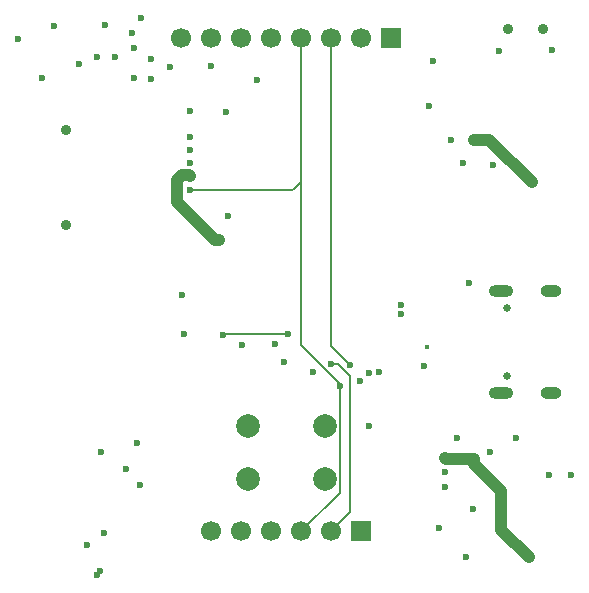
<source format=gbr>
%TF.GenerationSoftware,KiCad,Pcbnew,9.0.1*%
%TF.CreationDate,2025-09-05T18:40:03+02:00*%
%TF.ProjectId,cartouche v1,63617274-6f75-4636-9865-2076312e6b69,rev?*%
%TF.SameCoordinates,Original*%
%TF.FileFunction,Copper,L3,Inr*%
%TF.FilePolarity,Positive*%
%FSLAX46Y46*%
G04 Gerber Fmt 4.6, Leading zero omitted, Abs format (unit mm)*
G04 Created by KiCad (PCBNEW 9.0.1) date 2025-09-05 18:40:03*
%MOMM*%
%LPD*%
G01*
G04 APERTURE LIST*
%TA.AperFunction,ComponentPad*%
%ADD10C,0.650000*%
%TD*%
%TA.AperFunction,HeatsinkPad*%
%ADD11O,2.100000X1.000000*%
%TD*%
%TA.AperFunction,HeatsinkPad*%
%ADD12O,1.800000X1.000000*%
%TD*%
%TA.AperFunction,ComponentPad*%
%ADD13C,0.900000*%
%TD*%
%TA.AperFunction,ComponentPad*%
%ADD14C,2.000000*%
%TD*%
%TA.AperFunction,ComponentPad*%
%ADD15R,1.700000X1.700000*%
%TD*%
%TA.AperFunction,ComponentPad*%
%ADD16C,1.700000*%
%TD*%
%TA.AperFunction,ViaPad*%
%ADD17C,0.600000*%
%TD*%
%TA.AperFunction,ViaPad*%
%ADD18C,0.450000*%
%TD*%
%TA.AperFunction,Conductor*%
%ADD19C,0.200000*%
%TD*%
%TA.AperFunction,Conductor*%
%ADD20C,1.000000*%
%TD*%
G04 APERTURE END LIST*
D10*
%TO.N,*%
%TO.C,USB-C*%
X168985000Y-109940000D03*
X168985000Y-104160000D03*
D11*
%TO.N,GND*%
X168485000Y-111370000D03*
D12*
X172665000Y-111370000D03*
D11*
X168485000Y-102730000D03*
D12*
X172665000Y-102730000D03*
%TD*%
D13*
%TO.N,*%
%TO.C,switch_ON/OFF*%
X172050000Y-80600000D03*
X169050000Y-80600000D03*
%TD*%
%TO.N,*%
%TO.C,MicroSD*%
X131587500Y-97150000D03*
X131587500Y-89150000D03*
%TD*%
D14*
%TO.N,Net-(R3-Pad2)*%
%TO.C,S1*%
X147024999Y-114150000D03*
X153524999Y-114150000D03*
%TO.N,GND*%
X147024999Y-118650000D03*
X153524999Y-118650000D03*
%TD*%
D15*
%TO.N,GND*%
%TO.C,SCREEN*%
X159164999Y-81300000D03*
D16*
%TO.N,Vout3v3*%
X156624999Y-81300000D03*
%TO.N,SPI SCK*%
X154084999Y-81300000D03*
%TO.N,SPI MOSI*%
X151544999Y-81300000D03*
%TO.N,Net-(U3-RES)*%
X149004999Y-81300000D03*
%TO.N,\u00C9cran D{slash}C*%
X146464999Y-81300000D03*
%TO.N,Net-(U3-CS)*%
X143924999Y-81300000D03*
%TO.N,Vout3v3*%
X141384999Y-81300000D03*
%TD*%
D15*
%TO.N,GND*%
%TO.C,J2*%
X156624999Y-123100000D03*
D16*
%TO.N,CS Console*%
X154084999Y-123100000D03*
%TO.N,SPI MOSI*%
X151544999Y-123100000D03*
%TO.N,SPI MISO*%
X149004999Y-123100000D03*
%TO.N,SPI SCK*%
X146464999Y-123100000D03*
%TO.N,+5V*%
X143924999Y-123100000D03*
%TD*%
D17*
%TO.N,Vin*%
X133400000Y-124225000D03*
X134500000Y-126500000D03*
X134225000Y-126825000D03*
%TO.N,GND*%
X165500000Y-125300000D03*
X140425000Y-83800000D03*
X164725000Y-115200000D03*
X142087500Y-90850000D03*
X127525000Y-81450000D03*
X135775000Y-82900000D03*
D18*
X162200000Y-107500000D03*
D17*
X141425000Y-103125000D03*
%TO.N,OUT+*%
X141600000Y-106400000D03*
X165200000Y-91875000D03*
X161900000Y-109100000D03*
X163700000Y-116900000D03*
X170800000Y-125300000D03*
%TO.N,+5V*%
X137200000Y-80900000D03*
X166050000Y-121250000D03*
X169700000Y-115200000D03*
X165750000Y-102050000D03*
%TO.N,Vout3v3*%
X162725000Y-83250000D03*
X142100000Y-93050000D03*
X130600000Y-80300000D03*
X134225000Y-82900000D03*
X144600000Y-98400000D03*
X172800000Y-82360000D03*
X168300000Y-82400000D03*
%TO.N,Vin*%
X134875000Y-123225000D03*
X164250000Y-90000000D03*
X167800000Y-92100000D03*
%TO.N,Net-(U_polux1-VAUX)*%
X136700000Y-117800000D03*
X137600000Y-115600000D03*
%TO.N,SPI MOSI*%
X142100000Y-94200000D03*
X154825999Y-110825000D03*
%TO.N,SPI MISO*%
X142087500Y-89750000D03*
X156500000Y-110400000D03*
%TO.N,SPI SCK*%
X142087500Y-91950000D03*
X155700000Y-109000000D03*
%TO.N,CS Console*%
X154100000Y-108900000D03*
%TO.N,LEDrgb*%
X160000000Y-103900000D03*
X162400000Y-87050000D03*
%TO.N,Net-(Q3-G2)*%
X167500000Y-116400000D03*
X174400000Y-118362500D03*
%TO.N,Net-(Q3-G1)*%
X163200000Y-122800000D03*
X172500000Y-118362500D03*
%TO.N,Net-(U_TC4056A1-CHRG)*%
X138850000Y-83125000D03*
X163700000Y-119356348D03*
%TO.N,Net-(U_TC4056A1-STDBY)*%
X163678652Y-118065000D03*
X137400000Y-82202767D03*
%TO.N,CS_sdcard*%
X145300000Y-96400000D03*
X152500000Y-109600000D03*
%TO.N,CD*%
X157300000Y-109700000D03*
X145200000Y-87600000D03*
%TO.N,Boot Mode Select*%
X132725000Y-83550000D03*
X158100000Y-109600000D03*
%TO.N,CS \u00C9cran*%
X147800000Y-84900000D03*
X150100000Y-108800000D03*
%TO.N,SW-reset*%
X129615472Y-84755913D03*
X146500000Y-107300000D03*
%TO.N,Net-(LED2-K)*%
X137950000Y-79600000D03*
X138850000Y-84800000D03*
%TO.N,SW-1*%
X160000000Y-104700000D03*
X157300000Y-114200000D03*
%TO.N,Net-(LED3-K)*%
X134900000Y-80215000D03*
X137350000Y-84750000D03*
%TO.N,Net-(Q1-S)*%
X166150000Y-89950000D03*
X171050000Y-93550000D03*
%TO.N,\u00C9cran D{slash}C*%
X149300000Y-107200000D03*
%TO.N,Net-(U2-CD)*%
X142087500Y-87550000D03*
%TO.N,Net-(U3-RES)*%
X144900000Y-106500000D03*
X150400000Y-106400000D03*
%TO.N,Net-(U3-CS)*%
X143900000Y-83700000D03*
%TO.N,3v3*%
X134612500Y-116387500D03*
X137900000Y-119200000D03*
%TD*%
D19*
%TO.N,CS Console*%
X154100000Y-108900000D02*
X154667100Y-108900000D01*
X155690000Y-121494999D02*
X154084999Y-123100000D01*
X154667100Y-108900000D02*
X155690000Y-109922900D01*
X155690000Y-109922900D02*
X155690000Y-121494999D01*
D20*
%TO.N,OUT+*%
X168450000Y-122950000D02*
X168450000Y-119650000D01*
X166200000Y-117000000D02*
X163800000Y-117000000D01*
X166200000Y-117400000D02*
X166200000Y-117000000D01*
X163800000Y-117000000D02*
X163700000Y-116900000D01*
X170800000Y-125300000D02*
X168450000Y-122950000D01*
X168450000Y-119650000D02*
X166200000Y-117400000D01*
%TO.N,Vout3v3*%
X144600000Y-98400000D02*
X144200000Y-98400000D01*
X141450000Y-92950000D02*
X142000000Y-92950000D01*
X144200000Y-98400000D02*
X141050000Y-95250000D01*
X141050000Y-95250000D02*
X141050000Y-93350000D01*
X142000000Y-92950000D02*
X142100000Y-93050000D01*
X141050000Y-93350000D02*
X141450000Y-92950000D01*
D19*
%TO.N,SPI MOSI*%
X150700000Y-94200000D02*
X142100000Y-94200000D01*
X154825999Y-119819000D02*
X151544999Y-123100000D01*
X154825999Y-110625999D02*
X151500000Y-107300000D01*
X151500000Y-107300000D02*
X151500000Y-93500000D01*
X150800000Y-94200000D02*
X150700000Y-94200000D01*
X154825999Y-110825000D02*
X154825999Y-110625999D01*
X151544999Y-81300000D02*
X151544999Y-93455001D01*
X154825999Y-110825000D02*
X154825999Y-119819000D01*
X150900000Y-94100000D02*
X150800000Y-94200000D01*
X151544999Y-93455001D02*
X151500000Y-93500000D01*
X151500000Y-93500000D02*
X150900000Y-94100000D01*
%TO.N,SPI SCK*%
X142087500Y-92087500D02*
X142100000Y-92100000D01*
X154084999Y-81300000D02*
X154084999Y-107384999D01*
X142087500Y-91950000D02*
X142087500Y-92087500D01*
X154084999Y-107384999D02*
X155700000Y-109000000D01*
D20*
%TO.N,Net-(Q1-S)*%
X171050000Y-93550000D02*
X167450000Y-89950000D01*
X167450000Y-89950000D02*
X166150000Y-89950000D01*
D19*
%TO.N,Net-(U3-RES)*%
X145000000Y-106400000D02*
X144900000Y-106500000D01*
X150400000Y-106400000D02*
X145000000Y-106400000D01*
%TD*%
M02*

</source>
